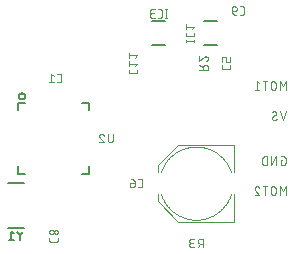
<source format=gbr>
G04 EAGLE Gerber X2 export*
%TF.Part,Single*%
%TF.FileFunction,Legend,Bot,1*%
%TF.FilePolarity,Positive*%
%TF.GenerationSoftware,Autodesk,EAGLE,9.1.1*%
%TF.CreationDate,2018-10-01T15:01:31Z*%
G75*
%MOMM*%
%FSLAX34Y34*%
%LPD*%
%AMOC8*
5,1,8,0,0,1.08239X$1,22.5*%
G01*
%ADD10C,0.127000*%
%ADD11C,0.076200*%
%ADD12C,0.203200*%
%ADD13C,0.152400*%
%ADD14C,0.101600*%


D10*
X20800Y151000D02*
X20800Y157000D01*
X26800Y157000D01*
X20800Y103000D02*
X20800Y97000D01*
X26800Y97000D01*
X74800Y157000D02*
X80800Y157000D01*
X80800Y151000D01*
X80800Y103000D02*
X80800Y97000D01*
X74800Y97000D01*
X21590Y162560D02*
X21592Y162660D01*
X21598Y162761D01*
X21608Y162860D01*
X21622Y162960D01*
X21639Y163059D01*
X21661Y163157D01*
X21687Y163254D01*
X21716Y163350D01*
X21749Y163444D01*
X21786Y163538D01*
X21826Y163630D01*
X21870Y163720D01*
X21918Y163808D01*
X21969Y163895D01*
X22023Y163979D01*
X22081Y164061D01*
X22142Y164141D01*
X22206Y164218D01*
X22273Y164293D01*
X22343Y164365D01*
X22416Y164434D01*
X22491Y164500D01*
X22569Y164564D01*
X22649Y164624D01*
X22732Y164681D01*
X22817Y164734D01*
X22904Y164784D01*
X22993Y164831D01*
X23083Y164874D01*
X23175Y164914D01*
X23269Y164950D01*
X23364Y164982D01*
X23460Y165010D01*
X23558Y165035D01*
X23656Y165055D01*
X23755Y165072D01*
X23855Y165085D01*
X23954Y165094D01*
X24055Y165099D01*
X24155Y165100D01*
X24255Y165097D01*
X24356Y165090D01*
X24455Y165079D01*
X24555Y165064D01*
X24653Y165046D01*
X24751Y165023D01*
X24848Y164996D01*
X24943Y164966D01*
X25038Y164932D01*
X25131Y164894D01*
X25222Y164853D01*
X25312Y164808D01*
X25400Y164760D01*
X25486Y164708D01*
X25570Y164653D01*
X25651Y164594D01*
X25730Y164532D01*
X25807Y164468D01*
X25881Y164400D01*
X25952Y164329D01*
X26021Y164256D01*
X26086Y164180D01*
X26149Y164101D01*
X26208Y164020D01*
X26264Y163937D01*
X26317Y163852D01*
X26366Y163764D01*
X26412Y163675D01*
X26454Y163584D01*
X26493Y163491D01*
X26528Y163397D01*
X26559Y163302D01*
X26587Y163205D01*
X26610Y163108D01*
X26630Y163009D01*
X26646Y162910D01*
X26658Y162811D01*
X26666Y162710D01*
X26670Y162610D01*
X26670Y162510D01*
X26666Y162410D01*
X26658Y162309D01*
X26646Y162210D01*
X26630Y162111D01*
X26610Y162012D01*
X26587Y161915D01*
X26559Y161818D01*
X26528Y161723D01*
X26493Y161629D01*
X26454Y161536D01*
X26412Y161445D01*
X26366Y161356D01*
X26317Y161268D01*
X26264Y161183D01*
X26208Y161100D01*
X26149Y161019D01*
X26086Y160940D01*
X26021Y160864D01*
X25952Y160791D01*
X25881Y160720D01*
X25807Y160652D01*
X25730Y160588D01*
X25651Y160526D01*
X25570Y160467D01*
X25486Y160412D01*
X25400Y160360D01*
X25312Y160312D01*
X25222Y160267D01*
X25131Y160226D01*
X25038Y160188D01*
X24943Y160154D01*
X24848Y160124D01*
X24751Y160097D01*
X24653Y160074D01*
X24555Y160056D01*
X24455Y160041D01*
X24356Y160030D01*
X24255Y160023D01*
X24155Y160020D01*
X24055Y160021D01*
X23954Y160026D01*
X23855Y160035D01*
X23755Y160048D01*
X23656Y160065D01*
X23558Y160085D01*
X23460Y160110D01*
X23364Y160138D01*
X23269Y160170D01*
X23175Y160206D01*
X23083Y160246D01*
X22993Y160289D01*
X22904Y160336D01*
X22817Y160386D01*
X22732Y160439D01*
X22649Y160496D01*
X22569Y160556D01*
X22491Y160620D01*
X22416Y160686D01*
X22343Y160755D01*
X22273Y160827D01*
X22206Y160902D01*
X22142Y160979D01*
X22081Y161059D01*
X22023Y161141D01*
X21969Y161225D01*
X21918Y161312D01*
X21870Y161400D01*
X21826Y161490D01*
X21786Y161582D01*
X21749Y161676D01*
X21716Y161770D01*
X21687Y161866D01*
X21661Y161963D01*
X21639Y162061D01*
X21622Y162160D01*
X21608Y162260D01*
X21598Y162359D01*
X21592Y162460D01*
X21590Y162560D01*
D11*
X101076Y130683D02*
X101076Y125363D01*
X101074Y125274D01*
X101068Y125185D01*
X101058Y125096D01*
X101045Y125008D01*
X101028Y124920D01*
X101006Y124833D01*
X100981Y124748D01*
X100953Y124663D01*
X100920Y124580D01*
X100884Y124498D01*
X100845Y124418D01*
X100802Y124340D01*
X100756Y124264D01*
X100706Y124189D01*
X100653Y124117D01*
X100597Y124048D01*
X100538Y123981D01*
X100477Y123916D01*
X100412Y123855D01*
X100345Y123796D01*
X100276Y123740D01*
X100204Y123687D01*
X100129Y123637D01*
X100053Y123591D01*
X99975Y123548D01*
X99895Y123509D01*
X99813Y123473D01*
X99730Y123440D01*
X99645Y123412D01*
X99560Y123387D01*
X99473Y123365D01*
X99385Y123348D01*
X99297Y123335D01*
X99208Y123325D01*
X99119Y123319D01*
X99030Y123317D01*
X98941Y123319D01*
X98852Y123325D01*
X98763Y123335D01*
X98675Y123348D01*
X98587Y123365D01*
X98500Y123387D01*
X98415Y123412D01*
X98330Y123440D01*
X98247Y123473D01*
X98165Y123509D01*
X98085Y123548D01*
X98007Y123591D01*
X97931Y123637D01*
X97856Y123687D01*
X97784Y123740D01*
X97715Y123796D01*
X97648Y123855D01*
X97583Y123916D01*
X97522Y123981D01*
X97463Y124048D01*
X97407Y124117D01*
X97354Y124189D01*
X97304Y124264D01*
X97258Y124340D01*
X97215Y124418D01*
X97176Y124498D01*
X97140Y124580D01*
X97107Y124663D01*
X97079Y124748D01*
X97054Y124833D01*
X97032Y124920D01*
X97015Y125008D01*
X97002Y125096D01*
X96992Y125185D01*
X96986Y125274D01*
X96984Y125363D01*
X96983Y125363D02*
X96983Y130683D01*
X91266Y130684D02*
X91181Y130682D01*
X91096Y130676D01*
X91012Y130666D01*
X90928Y130653D01*
X90844Y130635D01*
X90762Y130614D01*
X90681Y130589D01*
X90601Y130560D01*
X90522Y130527D01*
X90445Y130491D01*
X90370Y130451D01*
X90296Y130408D01*
X90225Y130362D01*
X90156Y130312D01*
X90089Y130259D01*
X90025Y130203D01*
X89964Y130144D01*
X89905Y130083D01*
X89849Y130019D01*
X89796Y129952D01*
X89746Y129883D01*
X89700Y129812D01*
X89657Y129738D01*
X89617Y129663D01*
X89581Y129586D01*
X89548Y129507D01*
X89519Y129427D01*
X89494Y129346D01*
X89473Y129264D01*
X89455Y129180D01*
X89442Y129096D01*
X89432Y129012D01*
X89426Y128927D01*
X89424Y128842D01*
X91266Y130683D02*
X91362Y130681D01*
X91458Y130675D01*
X91553Y130665D01*
X91648Y130652D01*
X91743Y130634D01*
X91836Y130613D01*
X91929Y130588D01*
X92020Y130559D01*
X92111Y130527D01*
X92200Y130491D01*
X92287Y130451D01*
X92373Y130408D01*
X92457Y130362D01*
X92539Y130312D01*
X92619Y130258D01*
X92696Y130202D01*
X92771Y130142D01*
X92844Y130080D01*
X92914Y130014D01*
X92982Y129946D01*
X93047Y129875D01*
X93108Y129802D01*
X93167Y129726D01*
X93223Y129647D01*
X93275Y129567D01*
X93324Y129484D01*
X93370Y129400D01*
X93412Y129314D01*
X93450Y129226D01*
X93485Y129137D01*
X93517Y129046D01*
X90038Y127410D02*
X89978Y127469D01*
X89921Y127531D01*
X89866Y127595D01*
X89815Y127662D01*
X89766Y127731D01*
X89720Y127801D01*
X89677Y127874D01*
X89637Y127948D01*
X89601Y128024D01*
X89568Y128102D01*
X89538Y128181D01*
X89511Y128261D01*
X89488Y128342D01*
X89469Y128424D01*
X89453Y128506D01*
X89440Y128590D01*
X89431Y128674D01*
X89426Y128758D01*
X89424Y128842D01*
X90038Y127409D02*
X93517Y123317D01*
X89424Y123317D01*
X55539Y174117D02*
X53902Y174117D01*
X55539Y174117D02*
X55617Y174119D01*
X55695Y174124D01*
X55772Y174134D01*
X55849Y174147D01*
X55925Y174163D01*
X56000Y174183D01*
X56074Y174207D01*
X56147Y174234D01*
X56219Y174265D01*
X56289Y174299D01*
X56358Y174336D01*
X56424Y174377D01*
X56489Y174421D01*
X56551Y174467D01*
X56611Y174517D01*
X56669Y174569D01*
X56724Y174624D01*
X56776Y174682D01*
X56826Y174742D01*
X56872Y174804D01*
X56916Y174869D01*
X56957Y174936D01*
X56994Y175004D01*
X57028Y175074D01*
X57059Y175146D01*
X57086Y175219D01*
X57110Y175293D01*
X57130Y175368D01*
X57146Y175444D01*
X57159Y175521D01*
X57169Y175598D01*
X57174Y175676D01*
X57176Y175754D01*
X57176Y179846D01*
X57174Y179924D01*
X57169Y180002D01*
X57159Y180079D01*
X57146Y180156D01*
X57130Y180232D01*
X57110Y180307D01*
X57086Y180381D01*
X57059Y180454D01*
X57028Y180526D01*
X56994Y180596D01*
X56957Y180665D01*
X56916Y180731D01*
X56872Y180796D01*
X56826Y180858D01*
X56776Y180918D01*
X56724Y180976D01*
X56669Y181031D01*
X56611Y181083D01*
X56551Y181133D01*
X56489Y181179D01*
X56424Y181223D01*
X56358Y181264D01*
X56289Y181301D01*
X56219Y181335D01*
X56147Y181366D01*
X56074Y181393D01*
X56000Y181417D01*
X55925Y181437D01*
X55849Y181453D01*
X55772Y181466D01*
X55695Y181476D01*
X55617Y181481D01*
X55539Y181483D01*
X53902Y181483D01*
X51057Y179846D02*
X49010Y181483D01*
X49010Y174117D01*
X46964Y174117D02*
X51057Y174117D01*
X47117Y42618D02*
X47117Y40981D01*
X47119Y40903D01*
X47124Y40825D01*
X47134Y40748D01*
X47147Y40671D01*
X47163Y40595D01*
X47183Y40520D01*
X47207Y40446D01*
X47234Y40373D01*
X47265Y40301D01*
X47299Y40231D01*
X47336Y40163D01*
X47377Y40096D01*
X47421Y40031D01*
X47467Y39969D01*
X47517Y39909D01*
X47569Y39851D01*
X47624Y39796D01*
X47682Y39744D01*
X47742Y39694D01*
X47804Y39648D01*
X47869Y39604D01*
X47936Y39563D01*
X48004Y39526D01*
X48074Y39492D01*
X48146Y39461D01*
X48219Y39434D01*
X48293Y39410D01*
X48368Y39390D01*
X48444Y39374D01*
X48521Y39361D01*
X48598Y39351D01*
X48676Y39346D01*
X48754Y39344D01*
X52846Y39344D01*
X52924Y39346D01*
X53002Y39351D01*
X53079Y39361D01*
X53156Y39374D01*
X53232Y39390D01*
X53307Y39410D01*
X53381Y39434D01*
X53454Y39461D01*
X53526Y39492D01*
X53596Y39526D01*
X53665Y39563D01*
X53731Y39604D01*
X53796Y39648D01*
X53858Y39694D01*
X53918Y39744D01*
X53976Y39796D01*
X54031Y39851D01*
X54083Y39909D01*
X54133Y39969D01*
X54179Y40031D01*
X54223Y40096D01*
X54264Y40163D01*
X54301Y40231D01*
X54335Y40301D01*
X54366Y40373D01*
X54393Y40446D01*
X54417Y40520D01*
X54437Y40595D01*
X54453Y40671D01*
X54466Y40748D01*
X54476Y40825D01*
X54481Y40903D01*
X54483Y40981D01*
X54483Y42618D01*
X49163Y45464D02*
X49252Y45466D01*
X49341Y45472D01*
X49430Y45482D01*
X49518Y45495D01*
X49606Y45512D01*
X49693Y45534D01*
X49778Y45559D01*
X49863Y45587D01*
X49946Y45620D01*
X50028Y45656D01*
X50108Y45695D01*
X50186Y45738D01*
X50262Y45784D01*
X50337Y45834D01*
X50409Y45887D01*
X50478Y45943D01*
X50545Y46002D01*
X50610Y46063D01*
X50671Y46128D01*
X50730Y46195D01*
X50786Y46264D01*
X50839Y46336D01*
X50889Y46411D01*
X50935Y46487D01*
X50978Y46565D01*
X51017Y46645D01*
X51053Y46727D01*
X51086Y46810D01*
X51114Y46895D01*
X51139Y46980D01*
X51161Y47067D01*
X51178Y47155D01*
X51191Y47243D01*
X51201Y47332D01*
X51207Y47421D01*
X51209Y47510D01*
X51207Y47599D01*
X51201Y47688D01*
X51191Y47777D01*
X51178Y47865D01*
X51161Y47953D01*
X51139Y48040D01*
X51114Y48125D01*
X51086Y48210D01*
X51053Y48293D01*
X51017Y48375D01*
X50978Y48455D01*
X50935Y48533D01*
X50889Y48609D01*
X50839Y48684D01*
X50786Y48756D01*
X50730Y48825D01*
X50671Y48892D01*
X50610Y48957D01*
X50545Y49018D01*
X50478Y49077D01*
X50409Y49133D01*
X50337Y49186D01*
X50262Y49236D01*
X50186Y49282D01*
X50108Y49325D01*
X50028Y49364D01*
X49946Y49400D01*
X49863Y49433D01*
X49778Y49461D01*
X49693Y49486D01*
X49606Y49508D01*
X49518Y49525D01*
X49430Y49538D01*
X49341Y49548D01*
X49252Y49554D01*
X49163Y49556D01*
X49074Y49554D01*
X48985Y49548D01*
X48896Y49538D01*
X48808Y49525D01*
X48720Y49508D01*
X48633Y49486D01*
X48548Y49461D01*
X48463Y49433D01*
X48380Y49400D01*
X48298Y49364D01*
X48218Y49325D01*
X48140Y49282D01*
X48064Y49236D01*
X47989Y49186D01*
X47917Y49133D01*
X47848Y49077D01*
X47781Y49018D01*
X47716Y48957D01*
X47655Y48892D01*
X47596Y48825D01*
X47540Y48756D01*
X47487Y48684D01*
X47437Y48609D01*
X47391Y48533D01*
X47348Y48455D01*
X47309Y48375D01*
X47273Y48293D01*
X47240Y48210D01*
X47212Y48125D01*
X47187Y48040D01*
X47165Y47953D01*
X47148Y47865D01*
X47135Y47777D01*
X47125Y47688D01*
X47119Y47599D01*
X47117Y47510D01*
X47119Y47421D01*
X47125Y47332D01*
X47135Y47243D01*
X47148Y47155D01*
X47165Y47067D01*
X47187Y46980D01*
X47212Y46895D01*
X47240Y46810D01*
X47273Y46727D01*
X47309Y46645D01*
X47348Y46565D01*
X47391Y46487D01*
X47437Y46411D01*
X47487Y46336D01*
X47540Y46264D01*
X47596Y46195D01*
X47655Y46128D01*
X47716Y46063D01*
X47781Y46002D01*
X47848Y45943D01*
X47917Y45887D01*
X47989Y45834D01*
X48064Y45784D01*
X48140Y45738D01*
X48218Y45695D01*
X48298Y45656D01*
X48380Y45620D01*
X48463Y45587D01*
X48548Y45559D01*
X48633Y45534D01*
X48720Y45512D01*
X48808Y45495D01*
X48896Y45482D01*
X48985Y45472D01*
X49074Y45466D01*
X49163Y45464D01*
X52846Y45873D02*
X52925Y45875D01*
X53004Y45881D01*
X53083Y45890D01*
X53161Y45903D01*
X53238Y45921D01*
X53314Y45941D01*
X53389Y45966D01*
X53463Y45994D01*
X53536Y46025D01*
X53607Y46061D01*
X53676Y46099D01*
X53743Y46141D01*
X53808Y46186D01*
X53871Y46234D01*
X53932Y46285D01*
X53989Y46339D01*
X54045Y46395D01*
X54097Y46454D01*
X54147Y46516D01*
X54193Y46580D01*
X54237Y46646D01*
X54277Y46714D01*
X54313Y46784D01*
X54347Y46856D01*
X54377Y46930D01*
X54403Y47004D01*
X54426Y47080D01*
X54444Y47157D01*
X54460Y47234D01*
X54471Y47313D01*
X54479Y47391D01*
X54483Y47470D01*
X54483Y47550D01*
X54479Y47629D01*
X54471Y47707D01*
X54460Y47786D01*
X54444Y47863D01*
X54426Y47940D01*
X54403Y48016D01*
X54377Y48090D01*
X54347Y48164D01*
X54313Y48236D01*
X54277Y48306D01*
X54237Y48374D01*
X54193Y48440D01*
X54147Y48504D01*
X54097Y48566D01*
X54045Y48625D01*
X53989Y48681D01*
X53932Y48735D01*
X53871Y48786D01*
X53808Y48834D01*
X53743Y48879D01*
X53676Y48921D01*
X53607Y48959D01*
X53536Y48995D01*
X53463Y49026D01*
X53389Y49054D01*
X53314Y49079D01*
X53238Y49099D01*
X53161Y49117D01*
X53083Y49130D01*
X53004Y49139D01*
X52925Y49145D01*
X52846Y49147D01*
X52767Y49145D01*
X52688Y49139D01*
X52609Y49130D01*
X52531Y49117D01*
X52454Y49099D01*
X52378Y49079D01*
X52303Y49054D01*
X52229Y49026D01*
X52156Y48995D01*
X52085Y48959D01*
X52016Y48921D01*
X51949Y48879D01*
X51884Y48834D01*
X51821Y48786D01*
X51760Y48735D01*
X51703Y48681D01*
X51647Y48625D01*
X51595Y48566D01*
X51545Y48504D01*
X51499Y48440D01*
X51455Y48374D01*
X51415Y48306D01*
X51379Y48236D01*
X51345Y48164D01*
X51315Y48090D01*
X51289Y48016D01*
X51266Y47940D01*
X51248Y47863D01*
X51232Y47786D01*
X51221Y47707D01*
X51213Y47629D01*
X51209Y47550D01*
X51209Y47470D01*
X51213Y47391D01*
X51221Y47313D01*
X51232Y47234D01*
X51248Y47157D01*
X51266Y47080D01*
X51289Y47004D01*
X51315Y46930D01*
X51345Y46856D01*
X51379Y46784D01*
X51415Y46714D01*
X51455Y46646D01*
X51499Y46580D01*
X51545Y46516D01*
X51595Y46454D01*
X51647Y46395D01*
X51703Y46339D01*
X51760Y46285D01*
X51821Y46234D01*
X51884Y46186D01*
X51949Y46141D01*
X52016Y46099D01*
X52085Y46061D01*
X52156Y46025D01*
X52229Y45994D01*
X52303Y45966D01*
X52378Y45941D01*
X52454Y45921D01*
X52531Y45903D01*
X52609Y45890D01*
X52688Y45881D01*
X52767Y45875D01*
X52846Y45873D01*
X247269Y167767D02*
X247269Y175133D01*
X244814Y171041D01*
X242358Y175133D01*
X242358Y167767D01*
X238813Y169813D02*
X238813Y173087D01*
X238811Y173176D01*
X238805Y173265D01*
X238795Y173354D01*
X238782Y173442D01*
X238765Y173530D01*
X238743Y173617D01*
X238718Y173702D01*
X238690Y173787D01*
X238657Y173870D01*
X238621Y173952D01*
X238582Y174032D01*
X238539Y174110D01*
X238493Y174186D01*
X238443Y174261D01*
X238390Y174333D01*
X238334Y174402D01*
X238275Y174469D01*
X238214Y174534D01*
X238149Y174595D01*
X238082Y174654D01*
X238013Y174710D01*
X237941Y174763D01*
X237866Y174813D01*
X237790Y174859D01*
X237712Y174902D01*
X237632Y174941D01*
X237550Y174977D01*
X237467Y175010D01*
X237382Y175038D01*
X237297Y175063D01*
X237210Y175085D01*
X237122Y175102D01*
X237034Y175115D01*
X236945Y175125D01*
X236856Y175131D01*
X236767Y175133D01*
X236678Y175131D01*
X236589Y175125D01*
X236500Y175115D01*
X236412Y175102D01*
X236324Y175085D01*
X236237Y175063D01*
X236152Y175038D01*
X236067Y175010D01*
X235984Y174977D01*
X235902Y174941D01*
X235822Y174902D01*
X235744Y174859D01*
X235668Y174813D01*
X235593Y174763D01*
X235521Y174710D01*
X235452Y174654D01*
X235385Y174595D01*
X235320Y174534D01*
X235259Y174469D01*
X235200Y174402D01*
X235144Y174333D01*
X235091Y174261D01*
X235041Y174186D01*
X234995Y174110D01*
X234952Y174032D01*
X234913Y173952D01*
X234877Y173870D01*
X234844Y173787D01*
X234816Y173702D01*
X234791Y173617D01*
X234769Y173530D01*
X234752Y173442D01*
X234739Y173354D01*
X234729Y173265D01*
X234723Y173176D01*
X234721Y173087D01*
X234721Y169813D01*
X234723Y169724D01*
X234729Y169635D01*
X234739Y169546D01*
X234752Y169458D01*
X234769Y169370D01*
X234791Y169283D01*
X234816Y169198D01*
X234844Y169113D01*
X234877Y169030D01*
X234913Y168948D01*
X234952Y168868D01*
X234995Y168790D01*
X235041Y168714D01*
X235091Y168639D01*
X235144Y168567D01*
X235200Y168498D01*
X235259Y168431D01*
X235320Y168366D01*
X235385Y168305D01*
X235452Y168246D01*
X235521Y168190D01*
X235593Y168137D01*
X235668Y168087D01*
X235744Y168041D01*
X235822Y167998D01*
X235902Y167959D01*
X235984Y167923D01*
X236067Y167890D01*
X236152Y167862D01*
X236237Y167837D01*
X236324Y167815D01*
X236412Y167798D01*
X236500Y167785D01*
X236589Y167775D01*
X236678Y167769D01*
X236767Y167767D01*
X236856Y167769D01*
X236945Y167775D01*
X237034Y167785D01*
X237122Y167798D01*
X237210Y167815D01*
X237297Y167837D01*
X237382Y167862D01*
X237467Y167890D01*
X237550Y167923D01*
X237632Y167959D01*
X237712Y167998D01*
X237790Y168041D01*
X237866Y168087D01*
X237941Y168137D01*
X238013Y168190D01*
X238082Y168246D01*
X238149Y168305D01*
X238214Y168366D01*
X238275Y168431D01*
X238334Y168498D01*
X238390Y168567D01*
X238443Y168639D01*
X238493Y168714D01*
X238539Y168790D01*
X238582Y168868D01*
X238621Y168948D01*
X238657Y169030D01*
X238690Y169113D01*
X238718Y169198D01*
X238743Y169283D01*
X238765Y169370D01*
X238782Y169458D01*
X238795Y169546D01*
X238805Y169635D01*
X238811Y169724D01*
X238813Y169813D01*
X229939Y167767D02*
X229939Y175133D01*
X227893Y175133D02*
X231986Y175133D01*
X225158Y173496D02*
X223112Y175133D01*
X223112Y167767D01*
X225158Y167767D02*
X221066Y167767D01*
X247269Y86233D02*
X247269Y78867D01*
X244814Y82141D02*
X247269Y86233D01*
X244814Y82141D02*
X242358Y86233D01*
X242358Y78867D01*
X238813Y80913D02*
X238813Y84187D01*
X238811Y84276D01*
X238805Y84365D01*
X238795Y84454D01*
X238782Y84542D01*
X238765Y84630D01*
X238743Y84717D01*
X238718Y84802D01*
X238690Y84887D01*
X238657Y84970D01*
X238621Y85052D01*
X238582Y85132D01*
X238539Y85210D01*
X238493Y85286D01*
X238443Y85361D01*
X238390Y85433D01*
X238334Y85502D01*
X238275Y85569D01*
X238214Y85634D01*
X238149Y85695D01*
X238082Y85754D01*
X238013Y85810D01*
X237941Y85863D01*
X237866Y85913D01*
X237790Y85959D01*
X237712Y86002D01*
X237632Y86041D01*
X237550Y86077D01*
X237467Y86110D01*
X237382Y86138D01*
X237297Y86163D01*
X237210Y86185D01*
X237122Y86202D01*
X237034Y86215D01*
X236945Y86225D01*
X236856Y86231D01*
X236767Y86233D01*
X236678Y86231D01*
X236589Y86225D01*
X236500Y86215D01*
X236412Y86202D01*
X236324Y86185D01*
X236237Y86163D01*
X236152Y86138D01*
X236067Y86110D01*
X235984Y86077D01*
X235902Y86041D01*
X235822Y86002D01*
X235744Y85959D01*
X235668Y85913D01*
X235593Y85863D01*
X235521Y85810D01*
X235452Y85754D01*
X235385Y85695D01*
X235320Y85634D01*
X235259Y85569D01*
X235200Y85502D01*
X235144Y85433D01*
X235091Y85361D01*
X235041Y85286D01*
X234995Y85210D01*
X234952Y85132D01*
X234913Y85052D01*
X234877Y84970D01*
X234844Y84887D01*
X234816Y84802D01*
X234791Y84717D01*
X234769Y84630D01*
X234752Y84542D01*
X234739Y84454D01*
X234729Y84365D01*
X234723Y84276D01*
X234721Y84187D01*
X234721Y80913D01*
X234723Y80824D01*
X234729Y80735D01*
X234739Y80646D01*
X234752Y80558D01*
X234769Y80470D01*
X234791Y80383D01*
X234816Y80298D01*
X234844Y80213D01*
X234877Y80130D01*
X234913Y80048D01*
X234952Y79968D01*
X234995Y79890D01*
X235041Y79814D01*
X235091Y79739D01*
X235144Y79667D01*
X235200Y79598D01*
X235259Y79531D01*
X235320Y79466D01*
X235385Y79405D01*
X235452Y79346D01*
X235521Y79290D01*
X235593Y79237D01*
X235668Y79187D01*
X235744Y79141D01*
X235822Y79098D01*
X235902Y79059D01*
X235984Y79023D01*
X236067Y78990D01*
X236152Y78962D01*
X236237Y78937D01*
X236324Y78915D01*
X236412Y78898D01*
X236500Y78885D01*
X236589Y78875D01*
X236678Y78869D01*
X236767Y78867D01*
X236856Y78869D01*
X236945Y78875D01*
X237034Y78885D01*
X237122Y78898D01*
X237210Y78915D01*
X237297Y78937D01*
X237382Y78962D01*
X237467Y78990D01*
X237550Y79023D01*
X237632Y79059D01*
X237712Y79098D01*
X237790Y79141D01*
X237866Y79187D01*
X237941Y79237D01*
X238013Y79290D01*
X238082Y79346D01*
X238149Y79405D01*
X238214Y79466D01*
X238275Y79531D01*
X238334Y79598D01*
X238390Y79667D01*
X238443Y79739D01*
X238493Y79814D01*
X238539Y79890D01*
X238582Y79968D01*
X238621Y80048D01*
X238657Y80130D01*
X238690Y80213D01*
X238718Y80298D01*
X238743Y80383D01*
X238765Y80470D01*
X238782Y80558D01*
X238795Y80646D01*
X238805Y80735D01*
X238811Y80824D01*
X238813Y80913D01*
X229939Y78867D02*
X229939Y86233D01*
X227893Y86233D02*
X231986Y86233D01*
X222907Y86234D02*
X222822Y86232D01*
X222737Y86226D01*
X222653Y86216D01*
X222569Y86203D01*
X222485Y86185D01*
X222403Y86164D01*
X222322Y86139D01*
X222242Y86110D01*
X222163Y86077D01*
X222086Y86041D01*
X222011Y86001D01*
X221937Y85958D01*
X221866Y85912D01*
X221797Y85862D01*
X221730Y85809D01*
X221666Y85753D01*
X221605Y85694D01*
X221546Y85633D01*
X221490Y85569D01*
X221437Y85502D01*
X221387Y85433D01*
X221341Y85362D01*
X221298Y85288D01*
X221258Y85213D01*
X221222Y85136D01*
X221189Y85057D01*
X221160Y84977D01*
X221135Y84896D01*
X221114Y84814D01*
X221096Y84730D01*
X221083Y84646D01*
X221073Y84562D01*
X221067Y84477D01*
X221065Y84392D01*
X222907Y86233D02*
X223003Y86231D01*
X223099Y86225D01*
X223194Y86215D01*
X223289Y86202D01*
X223384Y86184D01*
X223477Y86163D01*
X223570Y86138D01*
X223661Y86109D01*
X223752Y86077D01*
X223841Y86041D01*
X223928Y86001D01*
X224014Y85958D01*
X224098Y85912D01*
X224180Y85862D01*
X224260Y85808D01*
X224337Y85752D01*
X224412Y85692D01*
X224485Y85630D01*
X224555Y85564D01*
X224623Y85496D01*
X224688Y85425D01*
X224749Y85352D01*
X224808Y85276D01*
X224864Y85197D01*
X224916Y85117D01*
X224965Y85034D01*
X225011Y84950D01*
X225053Y84864D01*
X225091Y84776D01*
X225126Y84687D01*
X225158Y84596D01*
X221680Y82960D02*
X221620Y83019D01*
X221563Y83081D01*
X221508Y83145D01*
X221457Y83212D01*
X221408Y83281D01*
X221362Y83351D01*
X221319Y83424D01*
X221279Y83498D01*
X221243Y83574D01*
X221210Y83652D01*
X221180Y83731D01*
X221153Y83811D01*
X221130Y83892D01*
X221111Y83974D01*
X221095Y84056D01*
X221082Y84140D01*
X221073Y84224D01*
X221068Y84308D01*
X221066Y84392D01*
X221680Y82959D02*
X225158Y78867D01*
X221066Y78867D01*
X244814Y142367D02*
X247269Y149733D01*
X242358Y149733D02*
X244814Y142367D01*
X237333Y142367D02*
X237255Y142369D01*
X237177Y142374D01*
X237100Y142384D01*
X237023Y142397D01*
X236947Y142413D01*
X236872Y142433D01*
X236798Y142457D01*
X236725Y142484D01*
X236653Y142515D01*
X236583Y142549D01*
X236515Y142586D01*
X236448Y142627D01*
X236383Y142671D01*
X236321Y142717D01*
X236261Y142767D01*
X236203Y142819D01*
X236148Y142874D01*
X236096Y142932D01*
X236046Y142992D01*
X236000Y143054D01*
X235956Y143119D01*
X235915Y143185D01*
X235878Y143254D01*
X235844Y143324D01*
X235813Y143396D01*
X235786Y143469D01*
X235762Y143543D01*
X235742Y143618D01*
X235726Y143694D01*
X235713Y143771D01*
X235703Y143848D01*
X235698Y143926D01*
X235696Y144004D01*
X237333Y142367D02*
X237447Y142369D01*
X237560Y142374D01*
X237674Y142384D01*
X237787Y142397D01*
X237899Y142414D01*
X238011Y142434D01*
X238122Y142458D01*
X238233Y142486D01*
X238342Y142517D01*
X238450Y142552D01*
X238557Y142591D01*
X238663Y142633D01*
X238767Y142678D01*
X238870Y142727D01*
X238971Y142780D01*
X239070Y142835D01*
X239168Y142894D01*
X239263Y142956D01*
X239356Y143021D01*
X239448Y143089D01*
X239536Y143160D01*
X239623Y143234D01*
X239707Y143311D01*
X239788Y143390D01*
X239584Y148096D02*
X239582Y148174D01*
X239577Y148252D01*
X239567Y148329D01*
X239554Y148406D01*
X239538Y148482D01*
X239518Y148557D01*
X239494Y148631D01*
X239467Y148704D01*
X239436Y148776D01*
X239402Y148846D01*
X239365Y148915D01*
X239324Y148981D01*
X239280Y149046D01*
X239234Y149108D01*
X239184Y149168D01*
X239132Y149226D01*
X239077Y149281D01*
X239019Y149333D01*
X238959Y149383D01*
X238897Y149429D01*
X238832Y149473D01*
X238766Y149514D01*
X238697Y149551D01*
X238627Y149585D01*
X238555Y149616D01*
X238482Y149643D01*
X238408Y149667D01*
X238333Y149687D01*
X238257Y149703D01*
X238180Y149716D01*
X238103Y149726D01*
X238025Y149731D01*
X237947Y149733D01*
X237837Y149731D01*
X237728Y149725D01*
X237618Y149715D01*
X237510Y149702D01*
X237401Y149684D01*
X237294Y149663D01*
X237187Y149637D01*
X237081Y149608D01*
X236976Y149576D01*
X236873Y149539D01*
X236771Y149499D01*
X236670Y149455D01*
X236571Y149407D01*
X236474Y149357D01*
X236379Y149302D01*
X236286Y149244D01*
X236195Y149183D01*
X236106Y149119D01*
X238765Y146663D02*
X238832Y146705D01*
X238897Y146749D01*
X238959Y146797D01*
X239019Y146847D01*
X239077Y146900D01*
X239132Y146956D01*
X239184Y147015D01*
X239234Y147075D01*
X239281Y147139D01*
X239324Y147204D01*
X239365Y147271D01*
X239402Y147340D01*
X239436Y147411D01*
X239467Y147483D01*
X239494Y147557D01*
X239518Y147631D01*
X239538Y147707D01*
X239554Y147784D01*
X239567Y147861D01*
X239577Y147939D01*
X239582Y148018D01*
X239584Y148096D01*
X236515Y145436D02*
X236449Y145395D01*
X236384Y145350D01*
X236322Y145303D01*
X236262Y145252D01*
X236204Y145199D01*
X236149Y145143D01*
X236096Y145085D01*
X236047Y145024D01*
X236000Y144961D01*
X235957Y144896D01*
X235916Y144829D01*
X235879Y144760D01*
X235845Y144689D01*
X235814Y144617D01*
X235787Y144543D01*
X235763Y144468D01*
X235743Y144393D01*
X235727Y144316D01*
X235714Y144239D01*
X235704Y144161D01*
X235699Y144082D01*
X235697Y144004D01*
X236515Y145436D02*
X238765Y146664D01*
X243177Y108359D02*
X244404Y108359D01*
X243177Y108359D02*
X243177Y104267D01*
X245632Y104267D01*
X245710Y104269D01*
X245788Y104274D01*
X245865Y104284D01*
X245942Y104297D01*
X246018Y104313D01*
X246093Y104333D01*
X246167Y104357D01*
X246240Y104384D01*
X246312Y104415D01*
X246382Y104449D01*
X246451Y104486D01*
X246517Y104527D01*
X246582Y104571D01*
X246644Y104617D01*
X246704Y104667D01*
X246762Y104719D01*
X246817Y104774D01*
X246869Y104832D01*
X246919Y104892D01*
X246965Y104954D01*
X247009Y105019D01*
X247050Y105086D01*
X247087Y105154D01*
X247121Y105224D01*
X247152Y105296D01*
X247179Y105369D01*
X247203Y105443D01*
X247223Y105518D01*
X247239Y105594D01*
X247252Y105671D01*
X247262Y105748D01*
X247267Y105826D01*
X247269Y105904D01*
X247269Y109996D01*
X247267Y110074D01*
X247262Y110152D01*
X247252Y110229D01*
X247239Y110306D01*
X247223Y110382D01*
X247203Y110457D01*
X247179Y110531D01*
X247152Y110604D01*
X247121Y110676D01*
X247087Y110746D01*
X247050Y110815D01*
X247009Y110881D01*
X246965Y110946D01*
X246919Y111008D01*
X246869Y111068D01*
X246817Y111126D01*
X246762Y111181D01*
X246704Y111233D01*
X246644Y111283D01*
X246582Y111329D01*
X246517Y111373D01*
X246451Y111414D01*
X246382Y111451D01*
X246312Y111485D01*
X246240Y111516D01*
X246167Y111543D01*
X246093Y111567D01*
X246018Y111587D01*
X245942Y111603D01*
X245865Y111616D01*
X245788Y111626D01*
X245710Y111631D01*
X245632Y111633D01*
X243177Y111633D01*
X239466Y111633D02*
X239466Y104267D01*
X235374Y104267D02*
X239466Y111633D01*
X235374Y111633D02*
X235374Y104267D01*
X231663Y104267D02*
X231663Y111633D01*
X229617Y111633D01*
X229528Y111631D01*
X229439Y111625D01*
X229350Y111615D01*
X229262Y111602D01*
X229174Y111585D01*
X229087Y111563D01*
X229002Y111538D01*
X228917Y111510D01*
X228834Y111477D01*
X228752Y111441D01*
X228672Y111402D01*
X228594Y111359D01*
X228518Y111313D01*
X228443Y111263D01*
X228371Y111210D01*
X228302Y111154D01*
X228235Y111095D01*
X228170Y111034D01*
X228109Y110969D01*
X228050Y110902D01*
X227994Y110833D01*
X227941Y110761D01*
X227891Y110686D01*
X227845Y110610D01*
X227802Y110532D01*
X227763Y110452D01*
X227727Y110370D01*
X227694Y110287D01*
X227666Y110202D01*
X227641Y110117D01*
X227619Y110030D01*
X227602Y109942D01*
X227589Y109854D01*
X227579Y109765D01*
X227573Y109676D01*
X227571Y109587D01*
X227571Y106313D01*
X227573Y106224D01*
X227579Y106135D01*
X227589Y106046D01*
X227602Y105958D01*
X227619Y105870D01*
X227641Y105783D01*
X227666Y105698D01*
X227694Y105613D01*
X227727Y105530D01*
X227763Y105448D01*
X227802Y105368D01*
X227845Y105290D01*
X227891Y105214D01*
X227941Y105139D01*
X227994Y105067D01*
X228050Y104998D01*
X228109Y104931D01*
X228170Y104866D01*
X228235Y104805D01*
X228302Y104746D01*
X228371Y104690D01*
X228443Y104637D01*
X228518Y104587D01*
X228594Y104541D01*
X228672Y104498D01*
X228752Y104459D01*
X228834Y104423D01*
X228917Y104390D01*
X229002Y104362D01*
X229087Y104337D01*
X229174Y104315D01*
X229262Y104298D01*
X229350Y104285D01*
X229439Y104275D01*
X229528Y104269D01*
X229617Y104267D01*
X231663Y104267D01*
D12*
X25448Y51139D02*
X12448Y51139D01*
X12448Y88637D02*
X25448Y88637D01*
D13*
X24725Y47752D02*
X22524Y44633D01*
X20323Y47752D01*
X22524Y44633D02*
X22524Y41148D01*
X17043Y46284D02*
X15209Y47752D01*
X15209Y41148D01*
X17043Y41148D02*
X13375Y41148D01*
D11*
X193167Y187031D02*
X193167Y188668D01*
X193167Y187031D02*
X193169Y186953D01*
X193174Y186875D01*
X193184Y186798D01*
X193197Y186721D01*
X193213Y186645D01*
X193233Y186570D01*
X193257Y186496D01*
X193284Y186423D01*
X193315Y186351D01*
X193349Y186281D01*
X193386Y186213D01*
X193427Y186146D01*
X193471Y186081D01*
X193517Y186019D01*
X193567Y185959D01*
X193619Y185901D01*
X193674Y185846D01*
X193732Y185794D01*
X193792Y185744D01*
X193854Y185698D01*
X193919Y185654D01*
X193986Y185613D01*
X194054Y185576D01*
X194124Y185542D01*
X194196Y185511D01*
X194269Y185484D01*
X194343Y185460D01*
X194418Y185440D01*
X194494Y185424D01*
X194571Y185411D01*
X194648Y185401D01*
X194726Y185396D01*
X194804Y185394D01*
X198896Y185394D01*
X198974Y185396D01*
X199052Y185401D01*
X199129Y185411D01*
X199206Y185424D01*
X199282Y185440D01*
X199357Y185460D01*
X199431Y185484D01*
X199504Y185511D01*
X199576Y185542D01*
X199646Y185576D01*
X199715Y185613D01*
X199781Y185654D01*
X199846Y185698D01*
X199908Y185744D01*
X199968Y185794D01*
X200026Y185846D01*
X200081Y185901D01*
X200133Y185959D01*
X200183Y186019D01*
X200229Y186081D01*
X200273Y186146D01*
X200314Y186213D01*
X200351Y186281D01*
X200385Y186351D01*
X200416Y186423D01*
X200443Y186496D01*
X200467Y186570D01*
X200487Y186645D01*
X200503Y186721D01*
X200516Y186798D01*
X200526Y186875D01*
X200531Y186953D01*
X200533Y187031D01*
X200533Y188668D01*
X193167Y191513D02*
X193167Y193969D01*
X193169Y194049D01*
X193175Y194129D01*
X193185Y194209D01*
X193198Y194288D01*
X193216Y194367D01*
X193237Y194444D01*
X193263Y194520D01*
X193292Y194595D01*
X193324Y194669D01*
X193360Y194741D01*
X193400Y194811D01*
X193443Y194878D01*
X193489Y194944D01*
X193539Y195007D01*
X193591Y195068D01*
X193646Y195127D01*
X193705Y195182D01*
X193765Y195234D01*
X193829Y195284D01*
X193895Y195330D01*
X193962Y195373D01*
X194032Y195413D01*
X194104Y195449D01*
X194178Y195481D01*
X194252Y195510D01*
X194329Y195536D01*
X194406Y195557D01*
X194485Y195575D01*
X194564Y195588D01*
X194644Y195598D01*
X194724Y195604D01*
X194804Y195606D01*
X195622Y195606D01*
X195700Y195604D01*
X195778Y195599D01*
X195855Y195589D01*
X195932Y195576D01*
X196008Y195560D01*
X196083Y195540D01*
X196157Y195516D01*
X196230Y195489D01*
X196302Y195458D01*
X196372Y195424D01*
X196441Y195387D01*
X196507Y195346D01*
X196572Y195302D01*
X196634Y195256D01*
X196694Y195206D01*
X196752Y195154D01*
X196807Y195099D01*
X196859Y195041D01*
X196909Y194981D01*
X196955Y194919D01*
X196999Y194854D01*
X197040Y194788D01*
X197077Y194719D01*
X197111Y194649D01*
X197142Y194577D01*
X197169Y194504D01*
X197193Y194430D01*
X197213Y194355D01*
X197229Y194279D01*
X197242Y194202D01*
X197252Y194125D01*
X197257Y194047D01*
X197259Y193969D01*
X197259Y191513D01*
X200533Y191513D01*
X200533Y195606D01*
D14*
X203950Y121400D02*
X203950Y98400D01*
X203950Y121400D02*
X155950Y121400D01*
X138950Y104400D01*
X138950Y98400D01*
X138950Y79400D02*
X138950Y73400D01*
X155950Y56400D01*
X203950Y56400D01*
X203950Y79400D01*
X200950Y98400D02*
X200709Y99118D01*
X200450Y99831D01*
X200174Y100536D01*
X199881Y101235D01*
X199571Y101927D01*
X199244Y102610D01*
X198901Y103286D01*
X198541Y103953D01*
X198165Y104611D01*
X197773Y105259D01*
X197365Y105898D01*
X196942Y106526D01*
X196503Y107144D01*
X196050Y107751D01*
X195581Y108347D01*
X195099Y108931D01*
X194602Y109503D01*
X194091Y110063D01*
X193567Y110610D01*
X193030Y111145D01*
X192479Y111666D01*
X191916Y112173D01*
X191341Y112666D01*
X190754Y113146D01*
X190156Y113610D01*
X189546Y114060D01*
X188925Y114495D01*
X188294Y114915D01*
X187653Y115319D01*
X187003Y115707D01*
X186342Y116079D01*
X185674Y116435D01*
X184996Y116775D01*
X184310Y117098D01*
X183617Y117404D01*
X182917Y117693D01*
X182209Y117964D01*
X181496Y118219D01*
X180776Y118456D01*
X180050Y118675D01*
X179320Y118876D01*
X178585Y119060D01*
X177845Y119225D01*
X177102Y119372D01*
X176355Y119501D01*
X175605Y119612D01*
X174853Y119705D01*
X174099Y119779D01*
X173343Y119834D01*
X172586Y119871D01*
X171829Y119890D01*
X171071Y119890D01*
X170314Y119871D01*
X169557Y119834D01*
X168801Y119779D01*
X168047Y119705D01*
X167295Y119612D01*
X166545Y119501D01*
X165798Y119372D01*
X165055Y119225D01*
X164315Y119060D01*
X163580Y118876D01*
X162850Y118675D01*
X162124Y118456D01*
X161404Y118219D01*
X160691Y117964D01*
X159983Y117693D01*
X159283Y117404D01*
X158590Y117098D01*
X157904Y116775D01*
X157226Y116435D01*
X156558Y116079D01*
X155897Y115707D01*
X155247Y115319D01*
X154606Y114915D01*
X153975Y114495D01*
X153354Y114060D01*
X152744Y113610D01*
X152146Y113146D01*
X151559Y112666D01*
X150984Y112173D01*
X150421Y111666D01*
X149870Y111145D01*
X149333Y110610D01*
X148809Y110063D01*
X148298Y109503D01*
X147801Y108931D01*
X147319Y108347D01*
X146850Y107751D01*
X146397Y107144D01*
X145958Y106526D01*
X145535Y105898D01*
X145127Y105259D01*
X144735Y104611D01*
X144359Y103953D01*
X143999Y103286D01*
X143656Y102610D01*
X143329Y101927D01*
X143019Y101235D01*
X142726Y100536D01*
X142450Y99831D01*
X142191Y99118D01*
X141950Y98400D01*
X141950Y79400D02*
X142191Y78682D01*
X142450Y77969D01*
X142726Y77264D01*
X143019Y76565D01*
X143329Y75873D01*
X143656Y75190D01*
X143999Y74514D01*
X144359Y73847D01*
X144735Y73189D01*
X145127Y72541D01*
X145535Y71902D01*
X145958Y71274D01*
X146397Y70656D01*
X146850Y70049D01*
X147319Y69453D01*
X147801Y68869D01*
X148298Y68297D01*
X148809Y67737D01*
X149333Y67190D01*
X149870Y66655D01*
X150421Y66134D01*
X150984Y65627D01*
X151559Y65134D01*
X152146Y64654D01*
X152744Y64190D01*
X153354Y63740D01*
X153975Y63305D01*
X154606Y62885D01*
X155247Y62481D01*
X155897Y62093D01*
X156558Y61721D01*
X157226Y61365D01*
X157904Y61025D01*
X158590Y60702D01*
X159283Y60396D01*
X159983Y60107D01*
X160691Y59836D01*
X161404Y59581D01*
X162124Y59344D01*
X162850Y59125D01*
X163580Y58924D01*
X164315Y58740D01*
X165055Y58575D01*
X165798Y58428D01*
X166545Y58299D01*
X167295Y58188D01*
X168047Y58095D01*
X168801Y58021D01*
X169557Y57966D01*
X170314Y57929D01*
X171071Y57910D01*
X171829Y57910D01*
X172586Y57929D01*
X173343Y57966D01*
X174099Y58021D01*
X174853Y58095D01*
X175605Y58188D01*
X176355Y58299D01*
X177102Y58428D01*
X177845Y58575D01*
X178585Y58740D01*
X179320Y58924D01*
X180050Y59125D01*
X180776Y59344D01*
X181496Y59581D01*
X182209Y59836D01*
X182917Y60107D01*
X183617Y60396D01*
X184310Y60702D01*
X184996Y61025D01*
X185674Y61365D01*
X186342Y61721D01*
X187003Y62093D01*
X187653Y62481D01*
X188294Y62885D01*
X188925Y63305D01*
X189546Y63740D01*
X190156Y64190D01*
X190754Y64654D01*
X191341Y65134D01*
X191916Y65627D01*
X192479Y66134D01*
X193030Y66655D01*
X193567Y67190D01*
X194091Y67737D01*
X194602Y68297D01*
X195099Y68869D01*
X195581Y69453D01*
X196050Y70049D01*
X196503Y70656D01*
X196942Y71274D01*
X197365Y71902D01*
X197773Y72541D01*
X198165Y73189D01*
X198541Y73847D01*
X198901Y74514D01*
X199244Y75190D01*
X199571Y75873D01*
X199881Y76565D01*
X200174Y77264D01*
X200450Y77969D01*
X200709Y78682D01*
X200950Y79400D01*
D11*
X124119Y85217D02*
X122482Y85217D01*
X124119Y85217D02*
X124197Y85219D01*
X124275Y85224D01*
X124352Y85234D01*
X124429Y85247D01*
X124505Y85263D01*
X124580Y85283D01*
X124654Y85307D01*
X124727Y85334D01*
X124799Y85365D01*
X124869Y85399D01*
X124938Y85436D01*
X125004Y85477D01*
X125069Y85521D01*
X125131Y85567D01*
X125191Y85617D01*
X125249Y85669D01*
X125304Y85724D01*
X125356Y85782D01*
X125406Y85842D01*
X125452Y85904D01*
X125496Y85969D01*
X125537Y86036D01*
X125574Y86104D01*
X125608Y86174D01*
X125639Y86246D01*
X125666Y86319D01*
X125690Y86393D01*
X125710Y86468D01*
X125726Y86544D01*
X125739Y86621D01*
X125749Y86698D01*
X125754Y86776D01*
X125756Y86854D01*
X125756Y90946D01*
X125754Y91024D01*
X125749Y91102D01*
X125739Y91179D01*
X125726Y91256D01*
X125710Y91332D01*
X125690Y91407D01*
X125666Y91481D01*
X125639Y91554D01*
X125608Y91626D01*
X125574Y91696D01*
X125537Y91765D01*
X125496Y91831D01*
X125452Y91896D01*
X125406Y91958D01*
X125356Y92018D01*
X125304Y92076D01*
X125249Y92131D01*
X125191Y92183D01*
X125131Y92233D01*
X125069Y92279D01*
X125004Y92323D01*
X124938Y92364D01*
X124869Y92401D01*
X124799Y92435D01*
X124727Y92466D01*
X124654Y92493D01*
X124580Y92517D01*
X124505Y92537D01*
X124429Y92553D01*
X124352Y92566D01*
X124275Y92576D01*
X124197Y92581D01*
X124119Y92583D01*
X122482Y92583D01*
X119637Y89309D02*
X117181Y89309D01*
X117101Y89307D01*
X117021Y89301D01*
X116941Y89291D01*
X116862Y89278D01*
X116783Y89260D01*
X116706Y89239D01*
X116630Y89213D01*
X116555Y89184D01*
X116481Y89152D01*
X116409Y89116D01*
X116339Y89076D01*
X116272Y89033D01*
X116206Y88987D01*
X116143Y88937D01*
X116082Y88885D01*
X116023Y88830D01*
X115968Y88771D01*
X115916Y88711D01*
X115866Y88647D01*
X115820Y88581D01*
X115777Y88514D01*
X115737Y88444D01*
X115701Y88372D01*
X115669Y88298D01*
X115640Y88224D01*
X115614Y88147D01*
X115593Y88070D01*
X115575Y87991D01*
X115562Y87912D01*
X115552Y87832D01*
X115546Y87752D01*
X115544Y87672D01*
X115544Y87263D01*
X115546Y87174D01*
X115552Y87085D01*
X115562Y86996D01*
X115575Y86908D01*
X115592Y86820D01*
X115614Y86733D01*
X115639Y86648D01*
X115667Y86563D01*
X115700Y86480D01*
X115736Y86398D01*
X115775Y86318D01*
X115818Y86240D01*
X115864Y86164D01*
X115914Y86089D01*
X115967Y86017D01*
X116023Y85948D01*
X116082Y85881D01*
X116143Y85816D01*
X116208Y85755D01*
X116275Y85696D01*
X116344Y85640D01*
X116416Y85587D01*
X116491Y85537D01*
X116567Y85491D01*
X116645Y85448D01*
X116725Y85409D01*
X116807Y85373D01*
X116890Y85340D01*
X116975Y85312D01*
X117060Y85287D01*
X117147Y85265D01*
X117235Y85248D01*
X117323Y85235D01*
X117412Y85225D01*
X117501Y85219D01*
X117590Y85217D01*
X117679Y85219D01*
X117768Y85225D01*
X117857Y85235D01*
X117945Y85248D01*
X118033Y85265D01*
X118120Y85287D01*
X118205Y85312D01*
X118290Y85340D01*
X118373Y85373D01*
X118455Y85409D01*
X118535Y85448D01*
X118613Y85491D01*
X118689Y85537D01*
X118764Y85587D01*
X118836Y85640D01*
X118905Y85696D01*
X118972Y85755D01*
X119037Y85816D01*
X119098Y85881D01*
X119157Y85948D01*
X119213Y86017D01*
X119266Y86089D01*
X119316Y86164D01*
X119362Y86240D01*
X119405Y86318D01*
X119444Y86398D01*
X119480Y86480D01*
X119513Y86563D01*
X119541Y86648D01*
X119566Y86733D01*
X119588Y86820D01*
X119605Y86908D01*
X119618Y86996D01*
X119628Y87085D01*
X119634Y87174D01*
X119636Y87263D01*
X119637Y87263D02*
X119637Y89309D01*
X119635Y89421D01*
X119629Y89532D01*
X119620Y89644D01*
X119607Y89755D01*
X119589Y89865D01*
X119569Y89975D01*
X119544Y90084D01*
X119516Y90192D01*
X119484Y90299D01*
X119448Y90405D01*
X119409Y90510D01*
X119366Y90613D01*
X119320Y90715D01*
X119270Y90815D01*
X119217Y90914D01*
X119160Y91010D01*
X119101Y91105D01*
X119038Y91197D01*
X118972Y91287D01*
X118903Y91375D01*
X118831Y91461D01*
X118756Y91544D01*
X118678Y91624D01*
X118598Y91702D01*
X118515Y91777D01*
X118429Y91849D01*
X118341Y91918D01*
X118251Y91984D01*
X118159Y92047D01*
X118064Y92106D01*
X117968Y92163D01*
X117869Y92216D01*
X117769Y92266D01*
X117667Y92312D01*
X117564Y92355D01*
X117459Y92394D01*
X117353Y92430D01*
X117246Y92462D01*
X117138Y92490D01*
X117029Y92515D01*
X116919Y92535D01*
X116809Y92553D01*
X116698Y92566D01*
X116586Y92575D01*
X116475Y92581D01*
X116363Y92583D01*
X174117Y184822D02*
X181483Y184822D01*
X181483Y186868D01*
X181481Y186957D01*
X181475Y187046D01*
X181465Y187135D01*
X181452Y187223D01*
X181435Y187311D01*
X181413Y187398D01*
X181388Y187483D01*
X181360Y187568D01*
X181327Y187651D01*
X181291Y187733D01*
X181252Y187813D01*
X181209Y187891D01*
X181163Y187967D01*
X181113Y188042D01*
X181060Y188114D01*
X181004Y188183D01*
X180945Y188250D01*
X180884Y188315D01*
X180819Y188376D01*
X180752Y188435D01*
X180683Y188491D01*
X180611Y188544D01*
X180536Y188594D01*
X180460Y188640D01*
X180382Y188683D01*
X180302Y188722D01*
X180220Y188758D01*
X180137Y188791D01*
X180052Y188819D01*
X179967Y188844D01*
X179880Y188866D01*
X179792Y188883D01*
X179704Y188896D01*
X179615Y188906D01*
X179526Y188912D01*
X179437Y188914D01*
X179348Y188912D01*
X179259Y188906D01*
X179170Y188896D01*
X179082Y188883D01*
X178994Y188866D01*
X178907Y188844D01*
X178822Y188819D01*
X178737Y188791D01*
X178654Y188758D01*
X178572Y188722D01*
X178492Y188683D01*
X178414Y188640D01*
X178338Y188594D01*
X178263Y188544D01*
X178191Y188491D01*
X178122Y188435D01*
X178055Y188376D01*
X177990Y188315D01*
X177929Y188250D01*
X177870Y188183D01*
X177814Y188114D01*
X177761Y188042D01*
X177711Y187967D01*
X177665Y187891D01*
X177622Y187813D01*
X177583Y187733D01*
X177547Y187651D01*
X177514Y187568D01*
X177486Y187483D01*
X177461Y187398D01*
X177439Y187311D01*
X177422Y187223D01*
X177409Y187135D01*
X177399Y187046D01*
X177393Y186957D01*
X177391Y186868D01*
X177391Y184822D01*
X177391Y187277D02*
X174117Y188914D01*
X179642Y196179D02*
X179727Y196177D01*
X179812Y196171D01*
X179896Y196161D01*
X179980Y196148D01*
X180064Y196130D01*
X180146Y196109D01*
X180227Y196084D01*
X180307Y196055D01*
X180386Y196022D01*
X180463Y195986D01*
X180538Y195946D01*
X180612Y195903D01*
X180683Y195857D01*
X180752Y195807D01*
X180819Y195754D01*
X180883Y195698D01*
X180944Y195639D01*
X181003Y195578D01*
X181059Y195514D01*
X181112Y195447D01*
X181162Y195378D01*
X181208Y195307D01*
X181251Y195233D01*
X181291Y195158D01*
X181327Y195081D01*
X181360Y195002D01*
X181389Y194922D01*
X181414Y194841D01*
X181435Y194759D01*
X181453Y194675D01*
X181466Y194591D01*
X181476Y194507D01*
X181482Y194422D01*
X181484Y194337D01*
X181483Y194337D02*
X181481Y194241D01*
X181475Y194145D01*
X181465Y194050D01*
X181452Y193955D01*
X181434Y193860D01*
X181413Y193767D01*
X181388Y193674D01*
X181359Y193583D01*
X181327Y193492D01*
X181291Y193403D01*
X181251Y193316D01*
X181208Y193230D01*
X181162Y193146D01*
X181112Y193064D01*
X181058Y192984D01*
X181002Y192907D01*
X180942Y192832D01*
X180880Y192759D01*
X180814Y192689D01*
X180746Y192621D01*
X180675Y192556D01*
X180602Y192495D01*
X180526Y192436D01*
X180447Y192380D01*
X180367Y192328D01*
X180284Y192279D01*
X180200Y192233D01*
X180114Y192191D01*
X180026Y192153D01*
X179937Y192118D01*
X179846Y192086D01*
X178210Y195564D02*
X178269Y195624D01*
X178331Y195681D01*
X178395Y195736D01*
X178462Y195787D01*
X178531Y195836D01*
X178601Y195882D01*
X178674Y195925D01*
X178748Y195965D01*
X178824Y196001D01*
X178902Y196034D01*
X178981Y196064D01*
X179061Y196091D01*
X179142Y196114D01*
X179224Y196133D01*
X179306Y196149D01*
X179390Y196162D01*
X179474Y196171D01*
X179558Y196176D01*
X179642Y196178D01*
X178209Y195564D02*
X174117Y192086D01*
X174117Y196178D01*
X177128Y41783D02*
X177128Y34417D01*
X177128Y41783D02*
X175082Y41783D01*
X174993Y41781D01*
X174904Y41775D01*
X174815Y41765D01*
X174727Y41752D01*
X174639Y41735D01*
X174552Y41713D01*
X174467Y41688D01*
X174382Y41660D01*
X174299Y41627D01*
X174217Y41591D01*
X174137Y41552D01*
X174059Y41509D01*
X173983Y41463D01*
X173908Y41413D01*
X173836Y41360D01*
X173767Y41304D01*
X173700Y41245D01*
X173635Y41184D01*
X173574Y41119D01*
X173515Y41052D01*
X173459Y40983D01*
X173406Y40911D01*
X173356Y40836D01*
X173310Y40760D01*
X173267Y40682D01*
X173228Y40602D01*
X173192Y40520D01*
X173159Y40437D01*
X173131Y40352D01*
X173106Y40267D01*
X173084Y40180D01*
X173067Y40092D01*
X173054Y40004D01*
X173044Y39915D01*
X173038Y39826D01*
X173036Y39737D01*
X173038Y39648D01*
X173044Y39559D01*
X173054Y39470D01*
X173067Y39382D01*
X173084Y39294D01*
X173106Y39207D01*
X173131Y39122D01*
X173159Y39037D01*
X173192Y38954D01*
X173228Y38872D01*
X173267Y38792D01*
X173310Y38714D01*
X173356Y38638D01*
X173406Y38563D01*
X173459Y38491D01*
X173515Y38422D01*
X173574Y38355D01*
X173635Y38290D01*
X173700Y38229D01*
X173767Y38170D01*
X173836Y38114D01*
X173908Y38061D01*
X173983Y38011D01*
X174059Y37965D01*
X174137Y37922D01*
X174217Y37883D01*
X174299Y37847D01*
X174382Y37814D01*
X174467Y37786D01*
X174552Y37761D01*
X174639Y37739D01*
X174727Y37722D01*
X174815Y37709D01*
X174904Y37699D01*
X174993Y37693D01*
X175082Y37691D01*
X177128Y37691D01*
X174673Y37691D02*
X173036Y34417D01*
X169864Y34417D02*
X167818Y34417D01*
X167729Y34419D01*
X167640Y34425D01*
X167551Y34435D01*
X167463Y34448D01*
X167375Y34465D01*
X167288Y34487D01*
X167203Y34512D01*
X167118Y34540D01*
X167035Y34573D01*
X166953Y34609D01*
X166873Y34648D01*
X166795Y34691D01*
X166719Y34737D01*
X166644Y34787D01*
X166572Y34840D01*
X166503Y34896D01*
X166436Y34955D01*
X166371Y35016D01*
X166310Y35081D01*
X166251Y35148D01*
X166195Y35217D01*
X166142Y35289D01*
X166092Y35364D01*
X166046Y35440D01*
X166003Y35518D01*
X165964Y35598D01*
X165928Y35680D01*
X165895Y35763D01*
X165867Y35848D01*
X165842Y35933D01*
X165820Y36020D01*
X165803Y36108D01*
X165790Y36196D01*
X165780Y36285D01*
X165774Y36374D01*
X165772Y36463D01*
X165774Y36552D01*
X165780Y36641D01*
X165790Y36730D01*
X165803Y36818D01*
X165820Y36906D01*
X165842Y36993D01*
X165867Y37078D01*
X165895Y37163D01*
X165928Y37246D01*
X165964Y37328D01*
X166003Y37408D01*
X166046Y37486D01*
X166092Y37562D01*
X166142Y37637D01*
X166195Y37709D01*
X166251Y37778D01*
X166310Y37845D01*
X166371Y37910D01*
X166436Y37971D01*
X166503Y38030D01*
X166572Y38086D01*
X166644Y38139D01*
X166719Y38189D01*
X166795Y38235D01*
X166873Y38278D01*
X166953Y38317D01*
X167035Y38353D01*
X167118Y38386D01*
X167203Y38414D01*
X167288Y38439D01*
X167375Y38461D01*
X167463Y38478D01*
X167551Y38491D01*
X167640Y38501D01*
X167729Y38507D01*
X167818Y38509D01*
X167409Y41783D02*
X169864Y41783D01*
X167409Y41783D02*
X167330Y41781D01*
X167251Y41775D01*
X167172Y41766D01*
X167094Y41753D01*
X167017Y41735D01*
X166941Y41715D01*
X166866Y41690D01*
X166792Y41662D01*
X166719Y41631D01*
X166648Y41595D01*
X166579Y41557D01*
X166512Y41515D01*
X166447Y41470D01*
X166384Y41422D01*
X166323Y41371D01*
X166266Y41317D01*
X166210Y41261D01*
X166158Y41202D01*
X166108Y41140D01*
X166062Y41076D01*
X166018Y41010D01*
X165978Y40942D01*
X165942Y40872D01*
X165908Y40800D01*
X165878Y40726D01*
X165852Y40652D01*
X165829Y40576D01*
X165811Y40499D01*
X165795Y40422D01*
X165784Y40343D01*
X165776Y40265D01*
X165772Y40186D01*
X165772Y40106D01*
X165776Y40027D01*
X165784Y39949D01*
X165795Y39870D01*
X165811Y39793D01*
X165829Y39716D01*
X165852Y39640D01*
X165878Y39566D01*
X165908Y39492D01*
X165942Y39420D01*
X165978Y39350D01*
X166018Y39282D01*
X166062Y39216D01*
X166108Y39152D01*
X166158Y39090D01*
X166210Y39031D01*
X166266Y38975D01*
X166323Y38921D01*
X166384Y38870D01*
X166447Y38822D01*
X166512Y38777D01*
X166579Y38735D01*
X166648Y38697D01*
X166719Y38661D01*
X166792Y38630D01*
X166866Y38602D01*
X166941Y38577D01*
X167017Y38557D01*
X167094Y38539D01*
X167172Y38526D01*
X167251Y38517D01*
X167330Y38511D01*
X167409Y38509D01*
X169046Y38509D01*
D10*
X178650Y225900D02*
X189650Y225900D01*
X189650Y205900D02*
X178650Y205900D01*
D11*
X170053Y209312D02*
X162687Y209312D01*
X162687Y208494D02*
X162687Y210131D01*
X170053Y210131D02*
X170053Y208494D01*
X162687Y214732D02*
X162687Y216369D01*
X162687Y214732D02*
X162689Y214654D01*
X162694Y214576D01*
X162704Y214499D01*
X162717Y214422D01*
X162733Y214346D01*
X162753Y214271D01*
X162777Y214197D01*
X162804Y214124D01*
X162835Y214052D01*
X162869Y213982D01*
X162906Y213914D01*
X162947Y213847D01*
X162991Y213782D01*
X163037Y213720D01*
X163087Y213660D01*
X163139Y213602D01*
X163194Y213547D01*
X163252Y213495D01*
X163312Y213445D01*
X163374Y213399D01*
X163439Y213355D01*
X163506Y213314D01*
X163574Y213277D01*
X163644Y213243D01*
X163716Y213212D01*
X163789Y213185D01*
X163863Y213161D01*
X163938Y213141D01*
X164014Y213125D01*
X164091Y213112D01*
X164168Y213102D01*
X164246Y213097D01*
X164324Y213095D01*
X168416Y213095D01*
X168494Y213097D01*
X168572Y213102D01*
X168649Y213112D01*
X168726Y213125D01*
X168802Y213141D01*
X168877Y213161D01*
X168951Y213185D01*
X169024Y213212D01*
X169096Y213243D01*
X169166Y213277D01*
X169235Y213314D01*
X169301Y213355D01*
X169366Y213399D01*
X169428Y213445D01*
X169488Y213495D01*
X169546Y213547D01*
X169601Y213602D01*
X169653Y213660D01*
X169703Y213720D01*
X169749Y213782D01*
X169793Y213847D01*
X169834Y213914D01*
X169871Y213982D01*
X169905Y214052D01*
X169936Y214124D01*
X169963Y214197D01*
X169987Y214271D01*
X170007Y214346D01*
X170023Y214422D01*
X170036Y214499D01*
X170046Y214576D01*
X170051Y214654D01*
X170053Y214732D01*
X170053Y216369D01*
X168416Y219214D02*
X170053Y221260D01*
X162687Y221260D01*
X162687Y219214D02*
X162687Y223306D01*
D10*
X145200Y225900D02*
X134200Y225900D01*
X134200Y205900D02*
X145200Y205900D01*
D11*
X146288Y228727D02*
X146288Y236093D01*
X147106Y228727D02*
X145469Y228727D01*
X145469Y236093D02*
X147106Y236093D01*
X140868Y228727D02*
X139231Y228727D01*
X140868Y228727D02*
X140946Y228729D01*
X141024Y228734D01*
X141101Y228744D01*
X141178Y228757D01*
X141254Y228773D01*
X141329Y228793D01*
X141403Y228817D01*
X141476Y228844D01*
X141548Y228875D01*
X141618Y228909D01*
X141687Y228946D01*
X141753Y228987D01*
X141818Y229031D01*
X141880Y229077D01*
X141940Y229127D01*
X141998Y229179D01*
X142053Y229234D01*
X142105Y229292D01*
X142155Y229352D01*
X142201Y229414D01*
X142245Y229479D01*
X142286Y229546D01*
X142323Y229614D01*
X142357Y229684D01*
X142388Y229756D01*
X142415Y229829D01*
X142439Y229903D01*
X142459Y229978D01*
X142475Y230054D01*
X142488Y230131D01*
X142498Y230208D01*
X142503Y230286D01*
X142505Y230364D01*
X142505Y234456D01*
X142503Y234534D01*
X142498Y234612D01*
X142488Y234689D01*
X142475Y234766D01*
X142459Y234842D01*
X142439Y234917D01*
X142415Y234991D01*
X142388Y235064D01*
X142357Y235136D01*
X142323Y235206D01*
X142286Y235275D01*
X142245Y235341D01*
X142201Y235406D01*
X142155Y235468D01*
X142105Y235528D01*
X142053Y235586D01*
X141998Y235641D01*
X141940Y235693D01*
X141880Y235743D01*
X141818Y235789D01*
X141753Y235833D01*
X141687Y235874D01*
X141618Y235911D01*
X141548Y235945D01*
X141476Y235976D01*
X141403Y236003D01*
X141329Y236027D01*
X141254Y236047D01*
X141178Y236063D01*
X141101Y236076D01*
X141024Y236086D01*
X140946Y236091D01*
X140868Y236093D01*
X139231Y236093D01*
X136386Y228727D02*
X134340Y228727D01*
X134251Y228729D01*
X134162Y228735D01*
X134073Y228745D01*
X133985Y228758D01*
X133897Y228775D01*
X133810Y228797D01*
X133725Y228822D01*
X133640Y228850D01*
X133557Y228883D01*
X133475Y228919D01*
X133395Y228958D01*
X133317Y229001D01*
X133241Y229047D01*
X133166Y229097D01*
X133094Y229150D01*
X133025Y229206D01*
X132958Y229265D01*
X132893Y229326D01*
X132832Y229391D01*
X132773Y229458D01*
X132717Y229527D01*
X132664Y229599D01*
X132614Y229674D01*
X132568Y229750D01*
X132525Y229828D01*
X132486Y229908D01*
X132450Y229990D01*
X132417Y230073D01*
X132389Y230158D01*
X132364Y230243D01*
X132342Y230330D01*
X132325Y230418D01*
X132312Y230506D01*
X132302Y230595D01*
X132296Y230684D01*
X132294Y230773D01*
X132296Y230862D01*
X132302Y230951D01*
X132312Y231040D01*
X132325Y231128D01*
X132342Y231216D01*
X132364Y231303D01*
X132389Y231388D01*
X132417Y231473D01*
X132450Y231556D01*
X132486Y231638D01*
X132525Y231718D01*
X132568Y231796D01*
X132614Y231872D01*
X132664Y231947D01*
X132717Y232019D01*
X132773Y232088D01*
X132832Y232155D01*
X132893Y232220D01*
X132958Y232281D01*
X133025Y232340D01*
X133094Y232396D01*
X133166Y232449D01*
X133241Y232499D01*
X133317Y232545D01*
X133395Y232588D01*
X133475Y232627D01*
X133557Y232663D01*
X133640Y232696D01*
X133725Y232724D01*
X133810Y232749D01*
X133897Y232771D01*
X133985Y232788D01*
X134073Y232801D01*
X134162Y232811D01*
X134251Y232817D01*
X134340Y232819D01*
X133931Y236093D02*
X136386Y236093D01*
X133931Y236093D02*
X133852Y236091D01*
X133773Y236085D01*
X133694Y236076D01*
X133616Y236063D01*
X133539Y236045D01*
X133463Y236025D01*
X133388Y236000D01*
X133314Y235972D01*
X133241Y235941D01*
X133170Y235905D01*
X133101Y235867D01*
X133034Y235825D01*
X132969Y235780D01*
X132906Y235732D01*
X132845Y235681D01*
X132788Y235627D01*
X132732Y235571D01*
X132680Y235512D01*
X132630Y235450D01*
X132584Y235386D01*
X132540Y235320D01*
X132500Y235252D01*
X132464Y235182D01*
X132430Y235110D01*
X132400Y235036D01*
X132374Y234962D01*
X132351Y234886D01*
X132333Y234809D01*
X132317Y234732D01*
X132306Y234653D01*
X132298Y234575D01*
X132294Y234496D01*
X132294Y234416D01*
X132298Y234337D01*
X132306Y234259D01*
X132317Y234180D01*
X132333Y234103D01*
X132351Y234026D01*
X132374Y233950D01*
X132400Y233876D01*
X132430Y233802D01*
X132464Y233730D01*
X132500Y233660D01*
X132540Y233592D01*
X132584Y233526D01*
X132630Y233462D01*
X132680Y233400D01*
X132732Y233341D01*
X132788Y233285D01*
X132845Y233231D01*
X132906Y233180D01*
X132969Y233132D01*
X133034Y233087D01*
X133101Y233045D01*
X133170Y233007D01*
X133241Y232971D01*
X133314Y232940D01*
X133388Y232912D01*
X133463Y232887D01*
X133539Y232867D01*
X133616Y232849D01*
X133694Y232836D01*
X133773Y232827D01*
X133852Y232821D01*
X133931Y232819D01*
X135567Y232819D01*
X208842Y231267D02*
X210479Y231267D01*
X210557Y231269D01*
X210635Y231274D01*
X210712Y231284D01*
X210789Y231297D01*
X210865Y231313D01*
X210940Y231333D01*
X211014Y231357D01*
X211087Y231384D01*
X211159Y231415D01*
X211229Y231449D01*
X211298Y231486D01*
X211364Y231527D01*
X211429Y231571D01*
X211491Y231617D01*
X211551Y231667D01*
X211609Y231719D01*
X211664Y231774D01*
X211716Y231832D01*
X211766Y231892D01*
X211812Y231954D01*
X211856Y232019D01*
X211897Y232086D01*
X211934Y232154D01*
X211968Y232224D01*
X211999Y232296D01*
X212026Y232369D01*
X212050Y232443D01*
X212070Y232518D01*
X212086Y232594D01*
X212099Y232671D01*
X212109Y232748D01*
X212114Y232826D01*
X212116Y232904D01*
X212116Y236996D01*
X212114Y237074D01*
X212109Y237152D01*
X212099Y237229D01*
X212086Y237306D01*
X212070Y237382D01*
X212050Y237457D01*
X212026Y237531D01*
X211999Y237604D01*
X211968Y237676D01*
X211934Y237746D01*
X211897Y237815D01*
X211856Y237881D01*
X211812Y237946D01*
X211766Y238008D01*
X211716Y238068D01*
X211664Y238126D01*
X211609Y238181D01*
X211551Y238233D01*
X211491Y238283D01*
X211429Y238329D01*
X211364Y238373D01*
X211298Y238414D01*
X211229Y238451D01*
X211159Y238485D01*
X211087Y238516D01*
X211014Y238543D01*
X210940Y238567D01*
X210865Y238587D01*
X210789Y238603D01*
X210712Y238616D01*
X210635Y238626D01*
X210557Y238631D01*
X210479Y238633D01*
X208842Y238633D01*
X204360Y234541D02*
X201904Y234541D01*
X204360Y234541D02*
X204438Y234543D01*
X204516Y234548D01*
X204593Y234558D01*
X204670Y234571D01*
X204746Y234587D01*
X204821Y234607D01*
X204895Y234631D01*
X204968Y234658D01*
X205040Y234689D01*
X205110Y234723D01*
X205179Y234760D01*
X205245Y234801D01*
X205310Y234845D01*
X205372Y234891D01*
X205432Y234941D01*
X205490Y234993D01*
X205545Y235048D01*
X205597Y235106D01*
X205647Y235166D01*
X205693Y235228D01*
X205737Y235293D01*
X205778Y235360D01*
X205815Y235428D01*
X205849Y235498D01*
X205880Y235570D01*
X205907Y235643D01*
X205931Y235717D01*
X205951Y235792D01*
X205967Y235868D01*
X205980Y235945D01*
X205990Y236022D01*
X205995Y236100D01*
X205997Y236178D01*
X205997Y236587D01*
X205996Y236587D02*
X205994Y236676D01*
X205988Y236765D01*
X205978Y236854D01*
X205965Y236942D01*
X205948Y237030D01*
X205926Y237117D01*
X205901Y237202D01*
X205873Y237287D01*
X205840Y237370D01*
X205804Y237452D01*
X205765Y237532D01*
X205722Y237610D01*
X205676Y237686D01*
X205626Y237761D01*
X205573Y237833D01*
X205517Y237902D01*
X205458Y237969D01*
X205397Y238034D01*
X205332Y238095D01*
X205265Y238154D01*
X205196Y238210D01*
X205124Y238263D01*
X205049Y238313D01*
X204973Y238359D01*
X204895Y238402D01*
X204815Y238441D01*
X204733Y238477D01*
X204650Y238510D01*
X204565Y238538D01*
X204480Y238563D01*
X204393Y238585D01*
X204305Y238602D01*
X204217Y238615D01*
X204128Y238625D01*
X204039Y238631D01*
X203950Y238633D01*
X203861Y238631D01*
X203772Y238625D01*
X203683Y238615D01*
X203595Y238602D01*
X203507Y238585D01*
X203420Y238563D01*
X203335Y238538D01*
X203250Y238510D01*
X203167Y238477D01*
X203085Y238441D01*
X203005Y238402D01*
X202927Y238359D01*
X202851Y238313D01*
X202776Y238263D01*
X202704Y238210D01*
X202635Y238154D01*
X202568Y238095D01*
X202503Y238034D01*
X202442Y237969D01*
X202383Y237902D01*
X202327Y237833D01*
X202274Y237761D01*
X202224Y237686D01*
X202178Y237610D01*
X202135Y237532D01*
X202096Y237452D01*
X202060Y237370D01*
X202027Y237287D01*
X201999Y237202D01*
X201974Y237117D01*
X201952Y237030D01*
X201935Y236942D01*
X201922Y236854D01*
X201912Y236765D01*
X201906Y236676D01*
X201904Y236587D01*
X201904Y234541D01*
X201906Y234429D01*
X201912Y234318D01*
X201921Y234206D01*
X201934Y234095D01*
X201952Y233985D01*
X201972Y233875D01*
X201997Y233766D01*
X202025Y233658D01*
X202057Y233551D01*
X202093Y233445D01*
X202132Y233340D01*
X202175Y233237D01*
X202221Y233135D01*
X202271Y233035D01*
X202324Y232936D01*
X202381Y232840D01*
X202440Y232745D01*
X202503Y232653D01*
X202569Y232563D01*
X202638Y232475D01*
X202710Y232389D01*
X202785Y232306D01*
X202863Y232226D01*
X202943Y232148D01*
X203026Y232073D01*
X203112Y232001D01*
X203200Y231932D01*
X203290Y231866D01*
X203382Y231803D01*
X203477Y231744D01*
X203573Y231687D01*
X203672Y231634D01*
X203772Y231584D01*
X203874Y231538D01*
X203977Y231495D01*
X204082Y231456D01*
X204188Y231420D01*
X204295Y231388D01*
X204403Y231360D01*
X204512Y231335D01*
X204622Y231315D01*
X204732Y231297D01*
X204843Y231284D01*
X204955Y231275D01*
X205066Y231269D01*
X205178Y231267D01*
X114427Y185011D02*
X114427Y183374D01*
X114429Y183296D01*
X114434Y183218D01*
X114444Y183141D01*
X114457Y183064D01*
X114473Y182988D01*
X114493Y182913D01*
X114517Y182839D01*
X114544Y182766D01*
X114575Y182694D01*
X114609Y182624D01*
X114646Y182556D01*
X114687Y182489D01*
X114731Y182424D01*
X114777Y182362D01*
X114827Y182302D01*
X114879Y182244D01*
X114934Y182189D01*
X114992Y182137D01*
X115052Y182087D01*
X115114Y182041D01*
X115179Y181997D01*
X115246Y181956D01*
X115314Y181919D01*
X115384Y181885D01*
X115456Y181854D01*
X115529Y181827D01*
X115603Y181803D01*
X115678Y181783D01*
X115754Y181767D01*
X115831Y181754D01*
X115908Y181744D01*
X115986Y181739D01*
X116064Y181737D01*
X120156Y181737D01*
X120234Y181739D01*
X120312Y181744D01*
X120389Y181754D01*
X120466Y181767D01*
X120542Y181783D01*
X120617Y181803D01*
X120691Y181827D01*
X120764Y181854D01*
X120836Y181885D01*
X120906Y181919D01*
X120975Y181956D01*
X121041Y181997D01*
X121106Y182041D01*
X121168Y182087D01*
X121228Y182137D01*
X121286Y182189D01*
X121341Y182244D01*
X121393Y182302D01*
X121443Y182362D01*
X121489Y182424D01*
X121533Y182489D01*
X121574Y182556D01*
X121611Y182624D01*
X121645Y182694D01*
X121676Y182766D01*
X121703Y182839D01*
X121727Y182913D01*
X121747Y182988D01*
X121763Y183064D01*
X121776Y183141D01*
X121786Y183218D01*
X121791Y183296D01*
X121793Y183374D01*
X121793Y185011D01*
X120156Y187856D02*
X121793Y189902D01*
X114427Y189902D01*
X114427Y187856D02*
X114427Y191948D01*
X120156Y195171D02*
X121793Y197217D01*
X114427Y197217D01*
X114427Y195171D02*
X114427Y199263D01*
M02*

</source>
